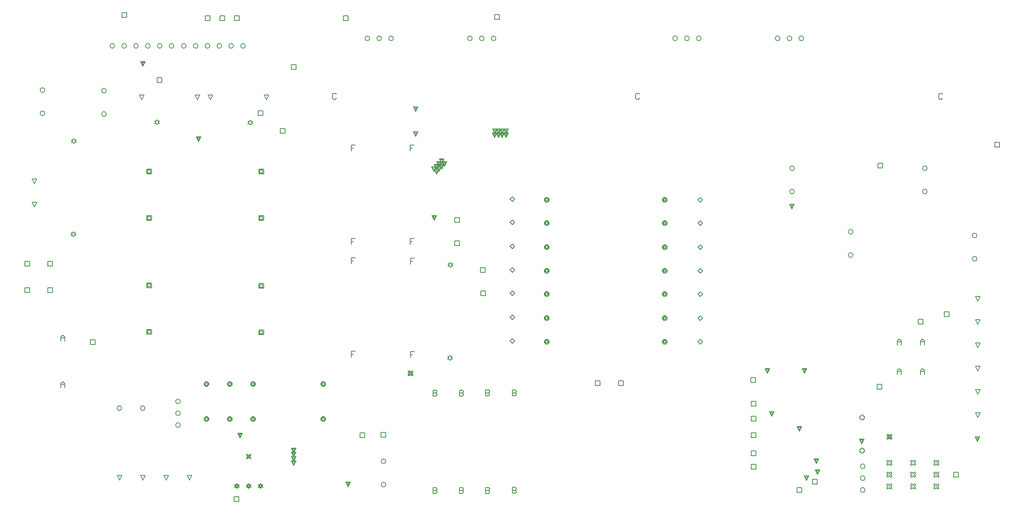
<source format=gbr>
%TF.GenerationSoftware,Altium Limited,Altium Designer,24.3.1 (35)*%
G04 Layer_Color=2752767*
%FSLAX43Y43*%
%MOMM*%
%TF.SameCoordinates,76E1361F-AA3B-45A8-A24B-41510BF92E79*%
%TF.FilePolarity,Positive*%
%TF.FileFunction,Drawing*%
%TF.Part,Single*%
G01*
G75*
%TA.AperFunction,NonConductor*%
%ADD168C,0.127*%
%ADD169C,0.169*%
D168*
X74846Y57887D02*
X74000D01*
Y57252D01*
X74423D01*
X74000D01*
Y56617D01*
X74846Y77953D02*
X74000D01*
Y77318D01*
X74423D01*
X74000D01*
Y76683D01*
X11725Y25925D02*
Y26771D01*
X12148Y27195D01*
X12571Y26771D01*
Y25925D01*
Y26560D01*
X11725D01*
Y35925D02*
Y36771D01*
X12148Y37195D01*
X12571Y36771D01*
Y35925D01*
Y36560D01*
X11725D01*
X67721Y26396D02*
Y26142D01*
X68229D01*
Y26396D01*
X68483D01*
Y26904D01*
X68229D01*
Y27158D01*
X67721D01*
Y26904D01*
X67467D01*
Y26396D01*
X67721D01*
X67823Y26498D02*
Y26345D01*
X68127D01*
Y26498D01*
X68280D01*
Y26802D01*
X68127D01*
Y26955D01*
X67823D01*
Y26802D01*
X67670D01*
Y26498D01*
X67823D01*
X67721Y18896D02*
Y18642D01*
X68229D01*
Y18896D01*
X68483D01*
Y19404D01*
X68229D01*
Y19658D01*
X67721D01*
Y19404D01*
X67467D01*
Y18896D01*
X67721D01*
X67823Y18998D02*
Y18845D01*
X68127D01*
Y18998D01*
X68280D01*
Y19302D01*
X68127D01*
Y19455D01*
X67823D01*
Y19302D01*
X67670D01*
Y18998D01*
X67823D01*
X52721Y26396D02*
Y26142D01*
X53229D01*
Y26396D01*
X53483D01*
Y26904D01*
X53229D01*
Y27158D01*
X52721D01*
Y26904D01*
X52467D01*
Y26396D01*
X52721D01*
X52823Y26498D02*
Y26345D01*
X53127D01*
Y26498D01*
X53280D01*
Y26802D01*
X53127D01*
Y26955D01*
X52823D01*
Y26802D01*
X52670D01*
Y26498D01*
X52823D01*
X47721Y26396D02*
Y26142D01*
X48229D01*
Y26396D01*
X48483D01*
Y26904D01*
X48229D01*
Y27158D01*
X47721D01*
Y26904D01*
X47467D01*
Y26396D01*
X47721D01*
X47823Y26498D02*
Y26345D01*
X48127D01*
Y26498D01*
X48280D01*
Y26802D01*
X48127D01*
Y26955D01*
X47823D01*
Y26802D01*
X47670D01*
Y26498D01*
X47823D01*
X42721Y26396D02*
Y26142D01*
X43229D01*
Y26396D01*
X43483D01*
Y26904D01*
X43229D01*
Y27158D01*
X42721D01*
Y26904D01*
X42467D01*
Y26396D01*
X42721D01*
X42823Y26498D02*
Y26345D01*
X43127D01*
Y26498D01*
X43280D01*
Y26802D01*
X43127D01*
Y26955D01*
X42823D01*
Y26802D01*
X42670D01*
Y26498D01*
X42823D01*
X42721Y18896D02*
Y18642D01*
X43229D01*
Y18896D01*
X43483D01*
Y19404D01*
X43229D01*
Y19658D01*
X42721D01*
Y19404D01*
X42467D01*
Y18896D01*
X42721D01*
X42823Y18998D02*
Y18845D01*
X43127D01*
Y18998D01*
X43280D01*
Y19302D01*
X43127D01*
Y19455D01*
X42823D01*
Y19302D01*
X42670D01*
Y18998D01*
X42823D01*
X47721Y18896D02*
Y18642D01*
X48229D01*
Y18896D01*
X48483D01*
Y19404D01*
X48229D01*
Y19658D01*
X47721D01*
Y19404D01*
X47467D01*
Y18896D01*
X47721D01*
X47823Y18998D02*
Y18845D01*
X48127D01*
Y18998D01*
X48280D01*
Y19302D01*
X48127D01*
Y19455D01*
X47823D01*
Y19302D01*
X47670D01*
Y18998D01*
X47823D01*
X52721Y18896D02*
Y18642D01*
X53229D01*
Y18896D01*
X53483D01*
Y19404D01*
X53229D01*
Y19658D01*
X52721D01*
Y19404D01*
X52467D01*
Y18896D01*
X52721D01*
X52823Y18998D02*
Y18845D01*
X53127D01*
Y18998D01*
X53280D01*
Y19302D01*
X53127D01*
Y19455D01*
X52823D01*
Y19302D01*
X52670D01*
Y18998D01*
X52823D01*
X3967Y51966D02*
Y52982D01*
X4983D01*
Y51966D01*
X3967D01*
X8917D02*
Y52982D01*
X9933D01*
Y51966D01*
X8917D01*
X3989Y46317D02*
Y47333D01*
X5005D01*
Y46317D01*
X3989D01*
X8939D02*
Y47333D01*
X9955D01*
Y46317D01*
X8939D01*
X14500Y78292D02*
X14754Y78546D01*
X15008D01*
X14754Y78800D01*
X15008Y79054D01*
X14754D01*
X14500Y79308D01*
X14246Y79054D01*
X13992D01*
X14246Y78800D01*
X13992Y78546D01*
X14246D01*
X14500Y78292D01*
X14450Y58317D02*
X14704Y58571D01*
X14958D01*
X14704Y58825D01*
X14958Y59079D01*
X14704D01*
X14450Y59333D01*
X14196Y59079D01*
X13942D01*
X14196Y58825D01*
X13942Y58571D01*
X14196D01*
X14450Y58317D01*
X48992Y104692D02*
Y105708D01*
X50008D01*
Y104692D01*
X48992D01*
X54192Y71792D02*
Y72808D01*
X55208D01*
Y71792D01*
X54192D01*
X54395Y71995D02*
Y72605D01*
X55005D01*
Y71995D01*
X54395D01*
X54192Y61792D02*
Y62808D01*
X55208D01*
Y61792D01*
X54192D01*
X54395Y61995D02*
Y62605D01*
X55005D01*
Y61995D01*
X54395D01*
X86192Y28417D02*
X86446D01*
X86700Y28671D01*
X86954Y28417D01*
X87208D01*
Y28671D01*
X86954Y28925D01*
X87208Y29179D01*
Y29433D01*
X86954D01*
X86700Y29179D01*
X86446Y29433D01*
X86192D01*
Y29179D01*
X86446Y28925D01*
X86192Y28671D01*
Y28417D01*
X86395Y28620D02*
X86548D01*
X86700Y28773D01*
X86852Y28620D01*
X87005D01*
Y28773D01*
X86852Y28925D01*
X87005Y29077D01*
Y29230D01*
X86852D01*
X86700Y29077D01*
X86548Y29230D01*
X86395D01*
Y29077D01*
X86548Y28925D01*
X86395Y28773D01*
Y28620D01*
X102850Y4425D02*
Y3155D01*
X103485D01*
X103696Y3367D01*
Y3578D01*
X103485Y3790D01*
X102850D01*
X103485D01*
X103696Y4001D01*
Y4213D01*
X103485Y4425D01*
X102850D01*
Y25365D02*
Y24095D01*
X103485D01*
X103696Y24307D01*
Y24518D01*
X103485Y24730D01*
X102850D01*
X103485D01*
X103696Y24941D01*
Y25153D01*
X103485Y25365D01*
X102850D01*
X108550Y4450D02*
Y3180D01*
X109185D01*
X109396Y3392D01*
Y3603D01*
X109185Y3815D01*
X108550D01*
X109185D01*
X109396Y4026D01*
Y4238D01*
X109185Y4450D01*
X108550D01*
Y25390D02*
Y24120D01*
X109185D01*
X109396Y24332D01*
Y24543D01*
X109185Y24755D01*
X108550D01*
X109185D01*
X109396Y24966D01*
Y25178D01*
X109185Y25390D01*
X108550D01*
X91536Y25340D02*
Y24070D01*
X92171D01*
X92383Y24282D01*
Y24493D01*
X92171Y24705D01*
X91536D01*
X92171D01*
X92383Y24916D01*
Y25128D01*
X92171Y25340D01*
X91536D01*
Y4400D02*
Y3130D01*
X92171D01*
X92383Y3342D01*
Y3553D01*
X92171Y3765D01*
X91536D01*
X92171D01*
X92383Y3976D01*
Y4188D01*
X92171Y4400D01*
X91536D01*
X97186Y25340D02*
Y24070D01*
X97821D01*
X98033Y24282D01*
Y24493D01*
X97821Y24705D01*
X97186D01*
X97821D01*
X98033Y24916D01*
Y25128D01*
X97821Y25340D01*
X97186D01*
Y4400D02*
Y3130D01*
X97821D01*
X98033Y3342D01*
Y3553D01*
X97821Y3765D01*
X97186D01*
X97821D01*
X98033Y3976D01*
Y4188D01*
X97821Y4400D01*
X97186D01*
X140960Y65984D02*
Y65730D01*
X141468D01*
Y65984D01*
X141722D01*
Y66492D01*
X141468D01*
Y66746D01*
X140960D01*
Y66492D01*
X140706D01*
Y65984D01*
X140960D01*
X141062Y66086D02*
Y65933D01*
X141366D01*
Y66086D01*
X141519D01*
Y66390D01*
X141366D01*
Y66543D01*
X141062D01*
Y66390D01*
X140909D01*
Y66086D01*
X141062D01*
X200846Y88858D02*
X200635Y89070D01*
X200212D01*
X200000Y88858D01*
Y88012D01*
X200212Y87800D01*
X200635D01*
X200846Y88012D01*
X70846Y88858D02*
X70635Y89070D01*
X70212D01*
X70000Y88858D01*
Y88012D01*
X70212Y87800D01*
X70635D01*
X70846Y88012D01*
X135846Y88858D02*
X135635Y89070D01*
X135212D01*
X135000Y88858D01*
Y88012D01*
X135212Y87800D01*
X135635D01*
X135846Y88012D01*
X188931Y14842D02*
X189185D01*
X189439Y15096D01*
X189693Y14842D01*
X189947D01*
Y15096D01*
X189693Y15350D01*
X189947Y15604D01*
Y15858D01*
X189693D01*
X189439Y15604D01*
X189185Y15858D01*
X188931D01*
Y15604D01*
X189185Y15350D01*
X188931Y15096D01*
Y14842D01*
X189134Y15045D02*
X189287D01*
X189439Y15198D01*
X189592Y15045D01*
X189744D01*
Y15198D01*
X189592Y15350D01*
X189744Y15502D01*
Y15655D01*
X189592D01*
X189439Y15502D01*
X189287Y15655D01*
X189134D01*
Y15502D01*
X189287Y15350D01*
X189134Y15198D01*
Y15045D01*
X39350Y5992D02*
X38842Y7008D01*
X39858D01*
X39350Y5992D01*
X34350D02*
X33842Y7008D01*
X34858D01*
X34350Y5992D01*
X96192Y56392D02*
Y57408D01*
X97208D01*
Y56392D01*
X96192D01*
Y61342D02*
Y62358D01*
X97208D01*
Y61342D01*
X96192D01*
X87513Y57887D02*
X86667D01*
Y57252D01*
X87090D01*
X86667D01*
Y56617D01*
X87513Y77953D02*
X86667D01*
Y77318D01*
X87090D01*
X86667D01*
Y76683D01*
X74846Y53736D02*
X74000D01*
Y53101D01*
X74423D01*
X74000D01*
Y52466D01*
X74846Y33670D02*
X74000D01*
Y33035D01*
X74423D01*
X74000D01*
Y32400D01*
X140960Y40584D02*
Y40330D01*
X141468D01*
Y40584D01*
X141722D01*
Y41092D01*
X141468D01*
Y41346D01*
X140960D01*
Y41092D01*
X140706D01*
Y40584D01*
X140960D01*
X141062Y40686D02*
Y40533D01*
X141366D01*
Y40686D01*
X141519D01*
Y40990D01*
X141366D01*
Y41143D01*
X141062D01*
Y40990D01*
X140909D01*
Y40686D01*
X141062D01*
X140960Y45750D02*
Y45496D01*
X141468D01*
Y45750D01*
X141722D01*
Y46258D01*
X141468D01*
Y46512D01*
X140960D01*
Y46258D01*
X140706D01*
Y45750D01*
X140960D01*
X141062Y45852D02*
Y45699D01*
X141366D01*
Y45852D01*
X141519D01*
Y46156D01*
X141366D01*
Y46309D01*
X141062D01*
Y46156D01*
X140909D01*
Y45852D01*
X141062D01*
X140960Y50744D02*
Y50490D01*
X141468D01*
Y50744D01*
X141722D01*
Y51252D01*
X141468D01*
Y51506D01*
X140960D01*
Y51252D01*
X140706D01*
Y50744D01*
X140960D01*
X141062Y50846D02*
Y50693D01*
X141366D01*
Y50846D01*
X141519D01*
Y51150D01*
X141366D01*
Y51303D01*
X141062D01*
Y51150D01*
X140909D01*
Y50846D01*
X141062D01*
X140960Y55824D02*
Y55570D01*
X141468D01*
Y55824D01*
X141722D01*
Y56332D01*
X141468D01*
Y56586D01*
X140960D01*
Y56332D01*
X140706D01*
Y55824D01*
X140960D01*
X141062Y55926D02*
Y55773D01*
X141366D01*
Y55926D01*
X141519D01*
Y56230D01*
X141366D01*
Y56383D01*
X141062D01*
Y56230D01*
X140909D01*
Y55926D01*
X141062D01*
X140960Y60990D02*
Y60736D01*
X141468D01*
Y60990D01*
X141722D01*
Y61498D01*
X141468D01*
Y61752D01*
X140960D01*
Y61498D01*
X140706D01*
Y60990D01*
X140960D01*
X141062Y61092D02*
Y60939D01*
X141366D01*
Y61092D01*
X141519D01*
Y61396D01*
X141366D01*
Y61549D01*
X141062D01*
Y61396D01*
X140909D01*
Y61092D01*
X141062D01*
X115687Y35504D02*
Y35250D01*
X116195D01*
Y35504D01*
X116449D01*
Y36012D01*
X116195D01*
Y36266D01*
X115687D01*
Y36012D01*
X115433D01*
Y35504D01*
X115687D01*
X115789Y35606D02*
Y35453D01*
X116093D01*
Y35606D01*
X116246D01*
Y35910D01*
X116093D01*
Y36063D01*
X115789D01*
Y35910D01*
X115636D01*
Y35606D01*
X115789D01*
X115687Y40584D02*
Y40330D01*
X116195D01*
Y40584D01*
X116449D01*
Y41092D01*
X116195D01*
Y41346D01*
X115687D01*
Y41092D01*
X115433D01*
Y40584D01*
X115687D01*
X115789Y40686D02*
Y40533D01*
X116093D01*
Y40686D01*
X116246D01*
Y40990D01*
X116093D01*
Y41143D01*
X115789D01*
Y40990D01*
X115636D01*
Y40686D01*
X115789D01*
X115687Y45750D02*
Y45496D01*
X116195D01*
Y45750D01*
X116449D01*
Y46258D01*
X116195D01*
Y46512D01*
X115687D01*
Y46258D01*
X115433D01*
Y45750D01*
X115687D01*
X115789Y45852D02*
Y45699D01*
X116093D01*
Y45852D01*
X116246D01*
Y46156D01*
X116093D01*
Y46309D01*
X115789D01*
Y46156D01*
X115636D01*
Y45852D01*
X115789D01*
X115687Y50744D02*
Y50490D01*
X116195D01*
Y50744D01*
X116449D01*
Y51252D01*
X116195D01*
Y51506D01*
X115687D01*
Y51252D01*
X115433D01*
Y50744D01*
X115687D01*
X115789Y50846D02*
Y50693D01*
X116093D01*
Y50846D01*
X116246D01*
Y51150D01*
X116093D01*
Y51303D01*
X115789D01*
Y51150D01*
X115636D01*
Y50846D01*
X115789D01*
X115687Y55824D02*
Y55570D01*
X116195D01*
Y55824D01*
X116449D01*
Y56332D01*
X116195D01*
Y56586D01*
X115687D01*
Y56332D01*
X115433D01*
Y55824D01*
X115687D01*
X115789Y55926D02*
Y55773D01*
X116093D01*
Y55926D01*
X116246D01*
Y56230D01*
X116093D01*
Y56383D01*
X115789D01*
Y56230D01*
X115636D01*
Y55926D01*
X115789D01*
X115687Y60990D02*
Y60736D01*
X116195D01*
Y60990D01*
X116449D01*
Y61498D01*
X116195D01*
Y61752D01*
X115687D01*
Y61498D01*
X115433D01*
Y60990D01*
X115687D01*
X115789Y61092D02*
Y60939D01*
X116093D01*
Y61092D01*
X116246D01*
Y61396D01*
X116093D01*
Y61549D01*
X115789D01*
Y61396D01*
X115636D01*
Y61092D01*
X115789D01*
X115687Y65984D02*
Y65730D01*
X116195D01*
Y65984D01*
X116449D01*
Y66492D01*
X116195D01*
Y66746D01*
X115687D01*
Y66492D01*
X115433D01*
Y65984D01*
X115687D01*
X115789Y66086D02*
Y65933D01*
X116093D01*
Y66086D01*
X116246D01*
Y66390D01*
X116093D01*
Y66543D01*
X115789D01*
Y66390D01*
X115636D01*
Y66086D01*
X115789D01*
X140960Y35504D02*
Y35250D01*
X141468D01*
Y35504D01*
X141722D01*
Y36012D01*
X141468D01*
Y36266D01*
X140960D01*
Y36012D01*
X140706D01*
Y35504D01*
X140960D01*
X141062Y35606D02*
Y35453D01*
X141366D01*
Y35606D01*
X141519D01*
Y35910D01*
X141366D01*
Y36063D01*
X141062D01*
Y35910D01*
X140909D01*
Y35606D01*
X141062D01*
X148326Y40838D02*
X148834Y41346D01*
X149342Y40838D01*
X148834Y40330D01*
X148326Y40838D01*
Y46004D02*
X148834Y46512D01*
X149342Y46004D01*
X148834Y45496D01*
X148326Y46004D01*
Y50998D02*
X148834Y51506D01*
X149342Y50998D01*
X148834Y50490D01*
X148326Y50998D01*
Y56078D02*
X148834Y56586D01*
X149342Y56078D01*
X148834Y55570D01*
X148326Y56078D01*
Y61244D02*
X148834Y61752D01*
X149342Y61244D01*
X148834Y60736D01*
X148326Y61244D01*
Y66238D02*
X148834Y66746D01*
X149342Y66238D01*
X148834Y65730D01*
X148326Y66238D01*
Y35758D02*
X148834Y36266D01*
X149342Y35758D01*
X148834Y35250D01*
X148326Y35758D01*
X108067Y40965D02*
X108575Y41473D01*
X109083Y40965D01*
X108575Y40457D01*
X108067Y40965D01*
Y46131D02*
X108575Y46639D01*
X109083Y46131D01*
X108575Y45623D01*
X108067Y46131D01*
Y51125D02*
X108575Y51633D01*
X109083Y51125D01*
X108575Y50617D01*
X108067Y51125D01*
Y56205D02*
X108575Y56713D01*
X109083Y56205D01*
X108575Y55697D01*
X108067Y56205D01*
Y61371D02*
X108575Y61879D01*
X109083Y61371D01*
X108575Y60863D01*
X108067Y61371D01*
Y66365D02*
X108575Y66873D01*
X109083Y66365D01*
X108575Y65857D01*
X108067Y66365D01*
Y35885D02*
X108575Y36393D01*
X109083Y35885D01*
X108575Y35377D01*
X108067Y35885D01*
X87571Y33566D02*
X86725D01*
Y32931D01*
X87148D01*
X86725D01*
Y32296D01*
X87571Y53632D02*
X86725D01*
Y52997D01*
X87148D01*
X86725D01*
Y52362D01*
X196150Y28698D02*
Y29544D01*
X196573Y29967D01*
X196996Y29544D01*
Y28698D01*
Y29332D01*
X196150D01*
X191150Y28698D02*
Y29544D01*
X191573Y29967D01*
X191996Y29544D01*
Y28698D01*
Y29332D01*
X191150D01*
Y35048D02*
Y35894D01*
X191573Y36317D01*
X191996Y35894D01*
Y35048D01*
Y35682D01*
X191150D01*
X196150Y35048D02*
Y35894D01*
X196573Y36317D01*
X196996Y35894D01*
Y35048D01*
Y35682D01*
X196150D01*
X30142Y37342D02*
Y38358D01*
X31158D01*
Y37342D01*
X30142D01*
X30345Y37545D02*
Y38155D01*
X30955D01*
Y37545D01*
X30345D01*
X30142Y47342D02*
Y48358D01*
X31158D01*
Y47342D01*
X30142D01*
X30345Y47545D02*
Y48155D01*
X30955D01*
Y47545D01*
X30345D01*
X186942Y73067D02*
Y74083D01*
X187958D01*
Y73067D01*
X186942D01*
X75917Y15117D02*
Y16133D01*
X76933D01*
Y15117D01*
X75917D01*
X212042Y77568D02*
Y78584D01*
X213058D01*
Y77568D01*
X212042D01*
X208350Y44442D02*
X207842Y45458D01*
X208858D01*
X208350Y44442D01*
Y39442D02*
X207842Y40458D01*
X208858D01*
X208350Y39442D01*
X201167Y41117D02*
Y42133D01*
X202183D01*
Y41117D01*
X201167D01*
X48917Y1417D02*
Y2433D01*
X49933D01*
Y1417D01*
X48917D01*
X49460Y4267D02*
X49714Y4521D01*
X49968D01*
X49714Y4775D01*
X49968Y5029D01*
X49714D01*
X49460Y5283D01*
X49206Y5029D01*
X48952D01*
X49206Y4775D01*
X48952Y4521D01*
X49206D01*
X49460Y4267D01*
Y4470D02*
X49612Y4623D01*
X49765D01*
X49612Y4775D01*
X49765Y4927D01*
X49612D01*
X49460Y5080D01*
X49308Y4927D01*
X49155D01*
X49308Y4775D01*
X49155Y4623D01*
X49308D01*
X49460Y4470D01*
X52000Y4267D02*
X52254Y4521D01*
X52508D01*
X52254Y4775D01*
X52508Y5029D01*
X52254D01*
X52000Y5283D01*
X51746Y5029D01*
X51492D01*
X51746Y4775D01*
X51492Y4521D01*
X51746D01*
X52000Y4267D01*
Y4470D02*
X52152Y4623D01*
X52305D01*
X52152Y4775D01*
X52305Y4927D01*
X52152D01*
X52000Y5080D01*
X51848Y4927D01*
X51695D01*
X51848Y4775D01*
X51695Y4623D01*
X51848D01*
X52000Y4470D01*
X54540Y4267D02*
X54794Y4521D01*
X55048D01*
X54794Y4775D01*
X55048Y5029D01*
X54794D01*
X54540Y5283D01*
X54286Y5029D01*
X54032D01*
X54286Y4775D01*
X54032Y4521D01*
X54286D01*
X54540Y4267D01*
Y4470D02*
X54692Y4623D01*
X54845D01*
X54692Y4775D01*
X54845Y4927D01*
X54692D01*
X54540Y5080D01*
X54388Y4927D01*
X54235D01*
X54388Y4775D01*
X54235Y4623D01*
X54388D01*
X54540Y4470D01*
X51492Y10617D02*
X51746Y11125D01*
X51492Y11633D01*
X52000Y11379D01*
X52508Y11633D01*
X52254Y11125D01*
X52508Y10617D01*
X52000Y10871D01*
X51492Y10617D01*
X51695Y10820D02*
X51848Y11125D01*
X51695Y11430D01*
X52000Y11277D01*
X52305Y11430D01*
X52152Y11125D01*
X52305Y10820D01*
X52000Y10973D01*
X51695Y10820D01*
X24300Y5992D02*
X23792Y7008D01*
X24808D01*
X24300Y5992D01*
X29300D02*
X28792Y7008D01*
X29808D01*
X29300Y5992D01*
X30142Y61792D02*
Y62808D01*
X31158D01*
Y61792D01*
X30142D01*
X30345Y61995D02*
Y62605D01*
X30955D01*
Y61995D01*
X30345D01*
X30142Y71792D02*
Y72808D01*
X31158D01*
Y71792D01*
X30142D01*
X30345Y71995D02*
Y72605D01*
X30955D01*
Y71995D01*
X30345D01*
X54192Y47217D02*
Y48233D01*
X55208D01*
Y47217D01*
X54192D01*
X54395Y47420D02*
Y48030D01*
X55005D01*
Y47420D01*
X54395D01*
X54192Y37217D02*
Y38233D01*
X55208D01*
Y37217D01*
X54192D01*
X54395Y37420D02*
Y38030D01*
X55005D01*
Y37420D01*
X54395D01*
X95257Y51701D02*
X95511Y51955D01*
X95765D01*
X95511Y52209D01*
X95765Y52463D01*
X95511D01*
X95257Y52717D01*
X95003Y52463D01*
X94749D01*
X95003Y52209D01*
X94749Y51955D01*
X95003D01*
X95257Y51701D01*
X95207Y31726D02*
X95461Y31980D01*
X95715D01*
X95461Y32234D01*
X95715Y32488D01*
X95461D01*
X95207Y32742D01*
X94953Y32488D01*
X94699D01*
X94953Y32234D01*
X94699Y31980D01*
X94953D01*
X95207Y31726D01*
X6075Y69692D02*
X5567Y70708D01*
X6583D01*
X6075Y69692D01*
Y64692D02*
X5567Y65708D01*
X6583D01*
X6075Y64692D01*
X72367Y104742D02*
Y105758D01*
X73383D01*
Y104742D01*
X72367D01*
X32367Y91442D02*
Y92458D01*
X33383D01*
Y91442D01*
X32367D01*
X32350Y82367D02*
X32604Y82621D01*
X32858D01*
X32604Y82875D01*
X32858Y83129D01*
X32604D01*
X32350Y83383D01*
X32096Y83129D01*
X31842D01*
X32096Y82875D01*
X31842Y82621D01*
X32096D01*
X32350Y82367D01*
X52325Y82317D02*
X52579Y82571D01*
X52833D01*
X52579Y82825D01*
X52833Y83079D01*
X52579D01*
X52325Y83333D01*
X52071Y83079D01*
X51817D01*
X52071Y82825D01*
X51817Y82571D01*
X52071D01*
X52325Y82317D01*
X54009Y84293D02*
Y85309D01*
X55025D01*
Y84293D01*
X54009D01*
X18042Y35142D02*
Y36158D01*
X19058D01*
Y35142D01*
X18042D01*
X61192Y94192D02*
Y95208D01*
X62208D01*
Y94192D01*
X61192D01*
X58783Y80517D02*
Y81533D01*
X59799D01*
Y80517D01*
X58783D01*
X42692Y104692D02*
Y105708D01*
X43708D01*
Y104692D01*
X42692D01*
X172942Y5152D02*
Y6168D01*
X173958D01*
Y5152D01*
X172942D01*
X126392Y26292D02*
Y27308D01*
X127408D01*
Y26292D01*
X126392D01*
X131342D02*
Y27308D01*
X132358D01*
Y26292D01*
X131342D01*
X80417Y15217D02*
Y16233D01*
X81433D01*
Y15217D01*
X80417D01*
X29041Y87742D02*
X28533Y88758D01*
X29549D01*
X29041Y87742D01*
X41041D02*
X40533Y88758D01*
X41549D01*
X41041Y87742D01*
X43791D02*
X43283Y88758D01*
X44299D01*
X43791Y87742D01*
X55791D02*
X55283Y88758D01*
X56299D01*
X55791Y87742D01*
X24842Y105442D02*
Y106458D01*
X25858D01*
Y105442D01*
X24842D01*
X45839Y104692D02*
Y105708D01*
X46855D01*
Y104692D01*
X45839D01*
X101767Y45667D02*
Y46683D01*
X102783D01*
Y45667D01*
X101767D01*
X101717Y50617D02*
Y51633D01*
X102733D01*
Y50617D01*
X101717D01*
X159799Y21943D02*
Y22959D01*
X160815D01*
Y21943D01*
X159799D01*
Y8376D02*
Y9392D01*
X160815D01*
Y8376D01*
X159799D01*
X186767Y25592D02*
Y26608D01*
X187783D01*
Y25592D01*
X186767D01*
X104792Y104992D02*
Y106008D01*
X105808D01*
Y104992D01*
X104792D01*
X208350Y19492D02*
X207842Y20508D01*
X208858D01*
X208350Y19492D01*
Y24492D02*
X207842Y25508D01*
X208858D01*
X208350Y24492D01*
Y29467D02*
X207842Y30483D01*
X208858D01*
X208350Y29467D01*
Y34467D02*
X207842Y35483D01*
X208858D01*
X208350Y34467D01*
X169585Y3418D02*
Y4434D01*
X170601D01*
Y3418D01*
X169585D01*
X159799Y11241D02*
Y12257D01*
X160815D01*
Y11241D01*
X159799D01*
X193959Y9232D02*
X194213D01*
X194467Y9486D01*
X194721Y9232D01*
X194975D01*
Y9486D01*
X194721Y9740D01*
X194975Y9994D01*
Y10248D01*
X194721D01*
X194467Y9994D01*
X194213Y10248D01*
X193959D01*
Y9994D01*
X194213Y9740D01*
X193959Y9486D01*
Y9232D01*
Y6692D02*
X194213D01*
X194467Y6946D01*
X194721Y6692D01*
X194975D01*
Y6946D01*
X194721Y7200D01*
X194975Y7454D01*
Y7708D01*
X194721D01*
X194467Y7454D01*
X194213Y7708D01*
X193959D01*
Y7454D01*
X194213Y7200D01*
X193959Y6946D01*
Y6692D01*
Y4152D02*
X194213D01*
X194467Y4406D01*
X194721Y4152D01*
X194975D01*
Y4406D01*
X194721Y4660D01*
X194975Y4914D01*
Y5168D01*
X194721D01*
X194467Y4914D01*
X194213Y5168D01*
X193959D01*
Y4914D01*
X194213Y4660D01*
X193959Y4406D01*
Y4152D01*
X198974Y9232D02*
X199228D01*
X199482Y9486D01*
X199736Y9232D01*
X199990D01*
Y9486D01*
X199736Y9740D01*
X199990Y9994D01*
Y10248D01*
X199736D01*
X199482Y9994D01*
X199228Y10248D01*
X198974D01*
Y9994D01*
X199228Y9740D01*
X198974Y9486D01*
Y9232D01*
Y6692D02*
X199228D01*
X199482Y6946D01*
X199736Y6692D01*
X199990D01*
Y6946D01*
X199736Y7200D01*
X199990Y7454D01*
Y7708D01*
X199736D01*
X199482Y7454D01*
X199228Y7708D01*
X198974D01*
Y7454D01*
X199228Y7200D01*
X198974Y6946D01*
Y6692D01*
Y4152D02*
X199228D01*
X199482Y4406D01*
X199736Y4152D01*
X199990D01*
Y4406D01*
X199736Y4660D01*
X199990Y4914D01*
Y5168D01*
X199736D01*
X199482Y4914D01*
X199228Y5168D01*
X198974D01*
Y4914D01*
X199228Y4660D01*
X198974Y4406D01*
Y4152D01*
X195642Y39492D02*
Y40508D01*
X196658D01*
Y39492D01*
X195642D01*
X159742Y26966D02*
Y27982D01*
X160758D01*
Y26966D01*
X159742D01*
X183321Y12121D02*
Y11867D01*
X183829D01*
Y12121D01*
X184083D01*
Y12629D01*
X183829D01*
Y12883D01*
X183321D01*
Y12629D01*
X183067D01*
Y12121D01*
X183321D01*
Y19221D02*
Y18967D01*
X183829D01*
Y19221D01*
X184083D01*
Y19729D01*
X183829D01*
Y19983D01*
X183321D01*
Y19729D01*
X183067D01*
Y19221D01*
X183321D01*
X159799Y18668D02*
Y19684D01*
X160815D01*
Y18668D01*
X159799D01*
Y15180D02*
Y16196D01*
X160815D01*
Y15180D01*
X159799D01*
X203197Y6680D02*
Y7695D01*
X204213D01*
Y6680D01*
X203197D01*
X188919Y9232D02*
X189173D01*
X189427Y9486D01*
X189681Y9232D01*
X189935D01*
Y9486D01*
X189681Y9740D01*
X189935Y9994D01*
Y10248D01*
X189681D01*
X189427Y9994D01*
X189173Y10248D01*
X188919D01*
Y9994D01*
X189173Y9740D01*
X188919Y9486D01*
Y9232D01*
Y6692D02*
X189173D01*
X189427Y6946D01*
X189681Y6692D01*
X189935D01*
Y6946D01*
X189681Y7200D01*
X189935Y7454D01*
Y7708D01*
X189681D01*
X189427Y7454D01*
X189173Y7708D01*
X188919D01*
Y7454D01*
X189173Y7200D01*
X188919Y6946D01*
Y6692D01*
Y4152D02*
X189173D01*
X189427Y4406D01*
X189681Y4152D01*
X189935D01*
Y4406D01*
X189681Y4660D01*
X189935Y4914D01*
Y5168D01*
X189681D01*
X189427Y4914D01*
X189173Y5168D01*
X188919D01*
Y4914D01*
X189173Y4660D01*
X188919Y4406D01*
Y4152D01*
X87850Y85142D02*
X87342Y86158D01*
X88358D01*
X87850Y85142D01*
Y85345D02*
X87545Y85955D01*
X88155D01*
X87850Y85345D01*
X50175Y15092D02*
X49667Y16108D01*
X50683D01*
X50175Y15092D01*
Y15295D02*
X49870Y15905D01*
X50480D01*
X50175Y15295D01*
X171216Y28967D02*
X170708Y29983D01*
X171724D01*
X171216Y28967D01*
Y29170D02*
X170912Y29780D01*
X171521D01*
X171216Y29170D01*
X163250Y28942D02*
X162742Y29958D01*
X163758D01*
X163250Y28942D01*
Y29145D02*
X162945Y29755D01*
X163555D01*
X163250Y29145D01*
X168550Y64217D02*
X168042Y65233D01*
X169058D01*
X168550Y64217D01*
Y64420D02*
X168245Y65030D01*
X168855D01*
X168550Y64420D01*
X183475Y13792D02*
X182967Y14808D01*
X183983D01*
X183475Y13792D01*
Y13995D02*
X183170Y14605D01*
X183780D01*
X183475Y13995D01*
X170125Y16517D02*
X169617Y17533D01*
X170633D01*
X170125Y16517D01*
Y16720D02*
X169820Y17330D01*
X170430D01*
X170125Y16720D01*
X174037Y7192D02*
X173529Y8208D01*
X174545D01*
X174037Y7192D01*
Y7395D02*
X173733Y8005D01*
X174342D01*
X174037Y7395D01*
X87800Y79817D02*
X87292Y80833D01*
X88308D01*
X87800Y79817D01*
Y80020D02*
X87495Y80630D01*
X88105D01*
X87800Y80020D01*
X208275Y14267D02*
X207767Y15283D01*
X208783D01*
X208275Y14267D01*
Y14470D02*
X207970Y15080D01*
X208580D01*
X208275Y14470D01*
X171651Y5905D02*
X171143Y6921D01*
X172159D01*
X171651Y5905D01*
Y6108D02*
X171346Y6717D01*
X171956D01*
X171651Y6108D01*
X91825Y61817D02*
X91317Y62833D01*
X92333D01*
X91825Y61817D01*
Y62020D02*
X91520Y62630D01*
X92130D01*
X91825Y62020D01*
X105596Y79594D02*
X105088Y80610D01*
X106104D01*
X105596Y79594D01*
Y79797D02*
X105291Y80407D01*
X105900D01*
X105596Y79797D01*
X104788Y79598D02*
X104280Y80614D01*
X105296D01*
X104788Y79598D01*
Y79801D02*
X104483Y80411D01*
X105093D01*
X104788Y79801D01*
X104803Y80398D02*
X104295Y81414D01*
X105311D01*
X104803Y80398D01*
Y80601D02*
X104498Y81211D01*
X105108D01*
X104803Y80601D01*
X105588Y80398D02*
X105080Y81414D01*
X106096D01*
X105588Y80398D01*
Y80601D02*
X105283Y81211D01*
X105893D01*
X105588Y80601D01*
X93974Y73410D02*
X93466Y74426D01*
X94482D01*
X93974Y73410D01*
Y73614D02*
X93669Y74223D01*
X94279D01*
X93974Y73614D01*
X93402Y72836D02*
X92894Y73852D01*
X93910D01*
X93402Y72836D01*
Y73039D02*
X93097Y73648D01*
X93707D01*
X93402Y73039D01*
Y73985D02*
X92894Y75002D01*
X93910D01*
X93402Y73985D01*
Y74189D02*
X93097Y74798D01*
X93707D01*
X93402Y74189D01*
X92846Y73410D02*
X92338Y74426D01*
X93354D01*
X92846Y73410D01*
Y73614D02*
X92541Y74223D01*
X93150D01*
X92846Y73614D01*
X91725Y72267D02*
X91217Y73283D01*
X92233D01*
X91725Y72267D01*
Y72470D02*
X91420Y73080D01*
X92030D01*
X91725Y72470D01*
X92282Y72842D02*
X91774Y73858D01*
X92790D01*
X92282Y72842D01*
Y73045D02*
X91977Y73655D01*
X92586D01*
X92282Y73045D01*
Y71692D02*
X91774Y72708D01*
X92790D01*
X92282Y71692D01*
Y71895D02*
X91977Y72505D01*
X92586D01*
X92282Y71895D01*
X92853Y72267D02*
X92345Y73283D01*
X93361D01*
X92853Y72267D01*
Y72470D02*
X92548Y73080D01*
X93158D01*
X92853Y72470D01*
X107190Y80396D02*
X106682Y81412D01*
X107698D01*
X107190Y80396D01*
Y80599D02*
X106885Y81209D01*
X107495D01*
X107190Y80599D01*
X106405Y80396D02*
X105897Y81412D01*
X106913D01*
X106405Y80396D01*
Y80599D02*
X106101Y81209D01*
X106710D01*
X106405Y80599D01*
X106390Y79596D02*
X105882Y80612D01*
X106898D01*
X106390Y79596D01*
Y79799D02*
X106085Y80409D01*
X106695D01*
X106390Y79799D01*
X41300Y78767D02*
X40792Y79783D01*
X41808D01*
X41300Y78767D01*
Y78970D02*
X40995Y79580D01*
X41605D01*
X41300Y78970D01*
X73325Y4592D02*
X72817Y5608D01*
X73833D01*
X73325Y4592D01*
Y4795D02*
X73020Y5405D01*
X73630D01*
X73325Y4795D01*
X61650Y9142D02*
X61142Y10158D01*
X62158D01*
X61650Y9142D01*
Y9345D02*
X61345Y9955D01*
X61955D01*
X61650Y9345D01*
X61625Y10042D02*
X61117Y11058D01*
X62133D01*
X61625Y10042D01*
Y10245D02*
X61320Y10855D01*
X61930D01*
X61625Y10245D01*
Y11017D02*
X61117Y12033D01*
X62133D01*
X61625Y11017D01*
Y11220D02*
X61320Y11830D01*
X61930D01*
X61625Y11220D01*
Y11867D02*
X61117Y12883D01*
X62133D01*
X61625Y11867D01*
Y12070D02*
X61320Y12680D01*
X61930D01*
X61625Y12070D01*
X29350Y94914D02*
X28842Y95930D01*
X29858D01*
X29350Y94914D01*
Y95117D02*
X29045Y95727D01*
X29655D01*
X29350Y95117D01*
X107198Y79592D02*
X106690Y80608D01*
X107706D01*
X107198Y79592D01*
Y79795D02*
X106893Y80405D01*
X107503D01*
X107198Y79795D01*
X173757Y9593D02*
X173249Y10609D01*
X174265D01*
X173757Y9593D01*
Y9796D02*
X173453Y10405D01*
X174062D01*
X173757Y9796D01*
X164157Y19693D02*
X163649Y20709D01*
X164665D01*
X164157Y19693D01*
Y19896D02*
X163853Y20505D01*
X164462D01*
X164157Y19896D01*
D169*
X81433Y5050D02*
G03*
X81433Y5050I-508J0D01*
G01*
Y10050D02*
G03*
X81433Y10050I-508J0D01*
G01*
X181633Y59350D02*
G03*
X181633Y59350I-508J0D01*
G01*
Y54350D02*
G03*
X181633Y54350I-508J0D01*
G01*
X169058Y73000D02*
G03*
X169058Y73000I-508J0D01*
G01*
Y68000D02*
G03*
X169058Y68000I-508J0D01*
G01*
X165968Y100900D02*
G03*
X165968Y100900I-508J0D01*
G01*
X168508D02*
G03*
X168508Y100900I-508J0D01*
G01*
X171048D02*
G03*
X171048Y100900I-508J0D01*
G01*
X143968D02*
G03*
X143968Y100900I-508J0D01*
G01*
X146508D02*
G03*
X146508Y100900I-508J0D01*
G01*
X149048D02*
G03*
X149048Y100900I-508J0D01*
G01*
X24783Y21475D02*
G03*
X24783Y21475I-508J0D01*
G01*
X29783D02*
G03*
X29783Y21475I-508J0D01*
G01*
X99968Y100900D02*
G03*
X99968Y100900I-508J0D01*
G01*
X102508D02*
G03*
X102508Y100900I-508J0D01*
G01*
X105048D02*
G03*
X105048Y100900I-508J0D01*
G01*
X77968D02*
G03*
X77968Y100900I-508J0D01*
G01*
X80508D02*
G03*
X80508Y100900I-508J0D01*
G01*
X83048D02*
G03*
X83048Y100900I-508J0D01*
G01*
X208208Y53550D02*
G03*
X208208Y53550I-508J0D01*
G01*
Y58550D02*
G03*
X208208Y58550I-508J0D01*
G01*
X197533Y68000D02*
G03*
X197533Y68000I-508J0D01*
G01*
Y73000D02*
G03*
X197533Y73000I-508J0D01*
G01*
X21483Y89650D02*
G03*
X21483Y89650I-508J0D01*
G01*
Y84650D02*
G03*
X21483Y84650I-508J0D01*
G01*
X8283Y84775D02*
G03*
X8283Y84775I-508J0D01*
G01*
Y89775D02*
G03*
X8283Y89775I-508J0D01*
G01*
X41139Y99275D02*
G03*
X41139Y99275I-508J0D01*
G01*
X51299D02*
G03*
X51299Y99275I-508J0D01*
G01*
X30889D02*
G03*
X30889Y99275I-508J0D01*
G01*
X33429D02*
G03*
X33429Y99275I-508J0D01*
G01*
X35969D02*
G03*
X35969Y99275I-508J0D01*
G01*
X38599D02*
G03*
X38599Y99275I-508J0D01*
G01*
X25809D02*
G03*
X25809Y99275I-508J0D01*
G01*
X43679D02*
G03*
X43679Y99275I-508J0D01*
G01*
X46219D02*
G03*
X46219Y99275I-508J0D01*
G01*
X48759D02*
G03*
X48759Y99275I-508J0D01*
G01*
X23269D02*
G03*
X23269Y99275I-508J0D01*
G01*
X28349D02*
G03*
X28349Y99275I-508J0D01*
G01*
X37358Y17835D02*
G03*
X37358Y17835I-508J0D01*
G01*
Y20375D02*
G03*
X37358Y20375I-508J0D01*
G01*
Y22915D02*
G03*
X37358Y22915I-508J0D01*
G01*
X184208Y8965D02*
G03*
X184208Y8965I-508J0D01*
G01*
Y6425D02*
G03*
X184208Y6425I-508J0D01*
G01*
Y3885D02*
G03*
X184208Y3885I-508J0D01*
G01*
%TF.MD5,a825d600159fd726d8419c5fe93b6704*%
M02*

</source>
